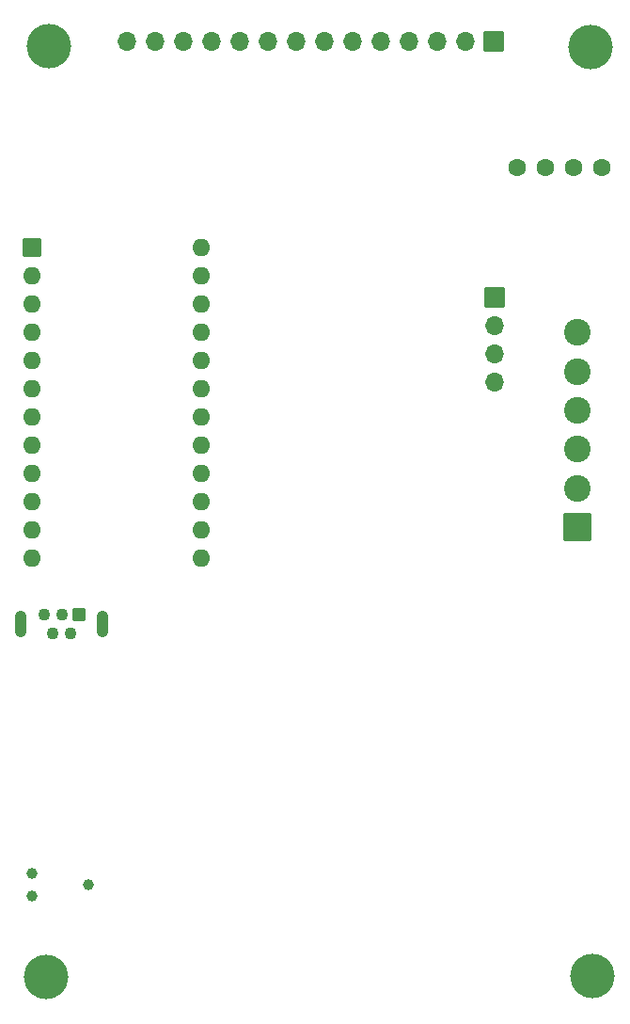
<source format=gbr>
%TF.GenerationSoftware,KiCad,Pcbnew,8.0.3-rc1-1000.20240525gitbe71f77.fc40*%
%TF.CreationDate,2024-05-30T08:30:57+10:00*%
%TF.ProjectId,l8-kicad,6c382d6b-6963-4616-942e-6b696361645f,R0.6.0*%
%TF.SameCoordinates,Original*%
%TF.FileFunction,Soldermask,Bot*%
%TF.FilePolarity,Negative*%
%FSLAX46Y46*%
G04 Gerber Fmt 4.6, Leading zero omitted, Abs format (unit mm)*
G04 Created by KiCad (PCBNEW 8.0.3-rc1-1000.20240525gitbe71f77.fc40) date 2024-05-30 08:30:57*
%MOMM*%
%LPD*%
G01*
G04 APERTURE LIST*
G04 Aperture macros list*
%AMRoundRect*
0 Rectangle with rounded corners*
0 $1 Rounding radius*
0 $2 $3 $4 $5 $6 $7 $8 $9 X,Y pos of 4 corners*
0 Add a 4 corners polygon primitive as box body*
4,1,4,$2,$3,$4,$5,$6,$7,$8,$9,$2,$3,0*
0 Add four circle primitives for the rounded corners*
1,1,$1+$1,$2,$3*
1,1,$1+$1,$4,$5*
1,1,$1+$1,$6,$7*
1,1,$1+$1,$8,$9*
0 Add four rect primitives between the rounded corners*
20,1,$1+$1,$2,$3,$4,$5,0*
20,1,$1+$1,$4,$5,$6,$7,0*
20,1,$1+$1,$6,$7,$8,$9,0*
20,1,$1+$1,$8,$9,$2,$3,0*%
G04 Aperture macros list end*
%ADD10RoundRect,0.000076X0.550000X0.550000X-0.550000X0.550000X-0.550000X-0.550000X0.550000X-0.550000X0*%
%ADD11C,1.100152*%
%ADD12O,1.100152X2.400152*%
%ADD13C,0.990752*%
%ADD14C,1.600352*%
%ADD15RoundRect,0.000076X-0.850000X0.850000X-0.850000X-0.850000X0.850000X-0.850000X0.850000X0.850000X0*%
%ADD16O,1.700152X1.700152*%
%ADD17RoundRect,0.000076X-0.850000X-0.850000X0.850000X-0.850000X0.850000X0.850000X-0.850000X0.850000X0*%
%ADD18RoundRect,0.000076X-0.800000X-0.800000X0.800000X-0.800000X0.800000X0.800000X-0.800000X0.800000X0*%
%ADD19O,1.600152X1.600152*%
%ADD20C,4.000152*%
%ADD21RoundRect,0.000076X1.200000X-1.200000X1.200000X1.200000X-1.200000X1.200000X-1.200000X-1.200000X0*%
%ADD22C,2.400152*%
G04 APERTURE END LIST*
D10*
%TO.C,J1*%
X130000000Y-115500000D03*
D11*
X129200000Y-117250000D03*
X128400000Y-115500000D03*
X127600000Y-117250000D03*
X126800000Y-115500000D03*
D12*
X132050000Y-116375000D03*
X124750000Y-116375000D03*
%TD*%
D13*
%TO.C,J7*%
X130790000Y-139850000D03*
X125710000Y-140866000D03*
X125710000Y-138834000D03*
%TD*%
D14*
%TO.C,U1*%
X169390000Y-75325000D03*
X171930000Y-75325000D03*
X174470000Y-75325000D03*
X177010000Y-75325000D03*
%TD*%
D15*
%TO.C,J2*%
X167270000Y-63950000D03*
D16*
X164730000Y-63950000D03*
X162190000Y-63950000D03*
X159650000Y-63950000D03*
X157110000Y-63950000D03*
X154570000Y-63950000D03*
X152030000Y-63950000D03*
X149490000Y-63950000D03*
X146950000Y-63950000D03*
X144410000Y-63950000D03*
X141870000Y-63950000D03*
X139330000Y-63950000D03*
X136790000Y-63950000D03*
X134250000Y-63950000D03*
%TD*%
D17*
%TO.C,PS1*%
X167350000Y-86950000D03*
D16*
X167350000Y-89490000D03*
X167350000Y-92030000D03*
X167350000Y-94570000D03*
%TD*%
D18*
%TO.C,U4*%
X125760000Y-82480000D03*
D19*
X125760000Y-85020000D03*
X125760000Y-87560000D03*
X125760000Y-90100000D03*
X125760000Y-92640000D03*
X125760000Y-95180000D03*
X125760000Y-97720000D03*
X125760000Y-100260000D03*
X125760000Y-102800000D03*
X125760000Y-105340000D03*
X125760000Y-107880000D03*
X125760000Y-110420000D03*
X141000000Y-110420000D03*
X141000000Y-107880000D03*
X141000000Y-105340000D03*
X141000000Y-102800000D03*
X141000000Y-100260000D03*
X141000000Y-97720000D03*
X141000000Y-95180000D03*
X141000000Y-92640000D03*
X141000000Y-90100000D03*
X141000000Y-87560000D03*
X141000000Y-85020000D03*
X141000000Y-82480000D03*
%TD*%
D20*
%TO.C,H1*%
X127250000Y-64400000D03*
%TD*%
%TO.C,H3*%
X127000000Y-148150000D03*
%TD*%
%TO.C,H2*%
X176050000Y-64500000D03*
%TD*%
%TO.C,H4*%
X176200000Y-148000000D03*
%TD*%
D21*
%TO.C,J3*%
X174800000Y-107650000D03*
D22*
X174800000Y-104150000D03*
X174800000Y-100650000D03*
X174800000Y-97150000D03*
X174800000Y-93650000D03*
X174800000Y-90150000D03*
%TD*%
M02*

</source>
